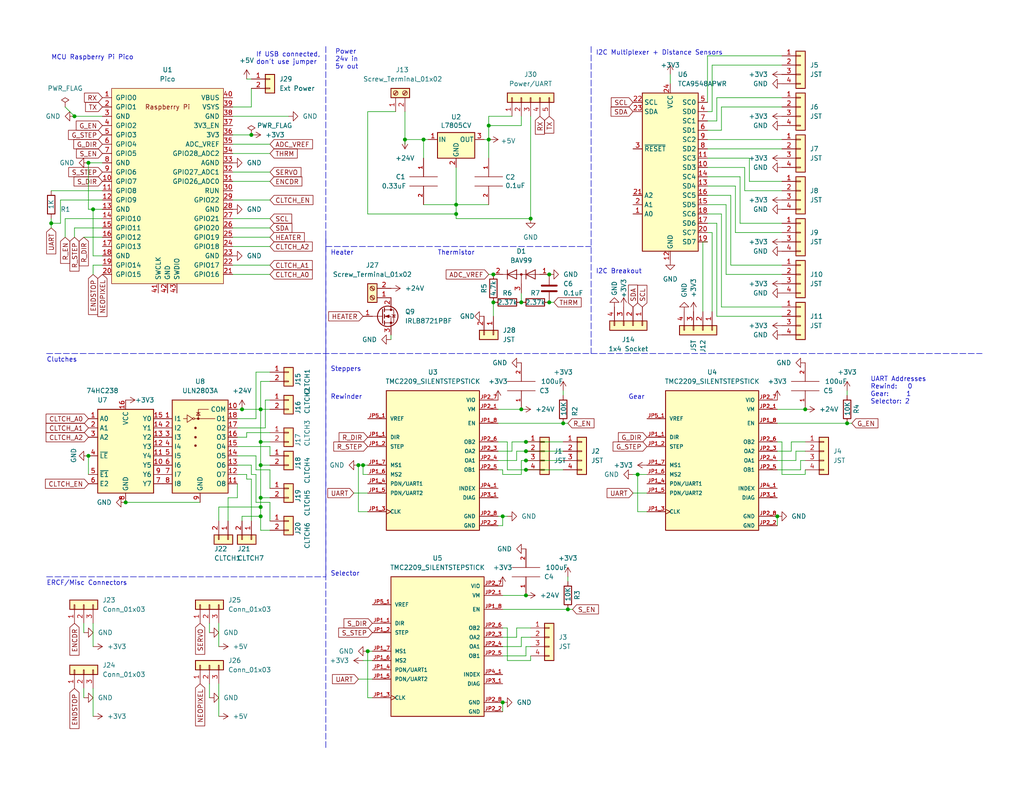
<source format=kicad_sch>
(kicad_sch (version 20211123) (generator eeschema)
  (paper "USLetter")
  (title_block (title "OwlBrd") (date "2022-08-16") (rev "1") (comment 1 "©2022 Alexander Nagelberg"))
  (junction (at 137.16 140.97))
  (junction (at 71.12 135.89))
  (junction (at 124.46 58.42))
  (junction (at 34.29 137.16))
  (junction (at 97.79 127))
  (junction (at 143.51 125.73))
  (junction (at 68.58 36.83))
  (junction (at 71.12 120.65))
  (junction (at 66.04 111.76))
  (junction (at 142.24 82.55))
  (junction (at 231.14 115.57))
  (junction (at 71.12 138.43))
  (junction (at 133.35 34.29))
  (junction (at 143.51 128.27))
  (junction (at 219.71 111.76))
  (junction (at 71.12 140.97))
  (junction (at 124.46 55.88))
  (junction (at 115.57 38.1))
  (junction (at 110.49 38.1))
  (junction (at 24.13 124.46))
  (junction (at 143.51 120.65))
  (junction (at 153.67 115.57))
  (junction (at 99.06 127))
  (junction (at 100.33 177.8))
  (junction (at 149.86 82.55))
  (junction (at 24.13 44.45))
  (junction (at 143.51 123.19))
  (junction (at 134.62 82.55))
  (junction (at 143.51 162.56))
  (junction (at 133.35 38.1))
  (junction (at 154.94 166.37))
  (junction (at 134.62 74.93))
  (junction (at 144.78 59.69))
  (junction (at 13.97 60.96))
  (junction (at 149.86 74.93))
  (junction (at 20.32 31.75))
  (junction (at 212.09 140.97))
  (junction (at 71.12 127))
  (junction (at 25.4 57.15))
  (junction (at 71.12 111.76))
  (junction (at 173.99 129.54))
  (junction (at 142.24 111.76))
  (junction (at 137.16 191.77))
  (wire (pts (xy 57.15 186.69) (xy 57.15 190.5)))
  (wire (pts (xy 22.86 170.18) (xy 22.86 172.72)))
  (wire (pts (xy 25.4 187.96) (xy 25.4 195.58)))
  (wire (pts (xy 27.94 54.61) (xy 16.51 54.61)))
  (wire (pts (xy 62.23 135.89) (xy 64.77 135.89)))
  (wire (pts (xy 212.09 140.97) (xy 212.09 143.51)))
  (wire (pts (xy 182.88 20.32) (xy 182.88 22.86)))
  (wire (pts (xy 68.58 24.13) (xy 68.58 29.21)))
  (wire (pts (xy 213.36 86.36) (xy 195.58 86.36)))
  (wire (pts (xy 140.97 125.73) (xy 140.97 123.19)))
  (wire (pts (xy 151.13 82.55) (xy 149.86 82.55)))
  (wire (pts (xy 201.93 60.96) (xy 201.93 48.26)))
  (wire (pts (xy 201.93 48.26) (xy 193.04 48.26)))
  (wire (pts (xy 124.46 58.42) (xy 124.46 59.69)))
  (wire (pts (xy 144.78 171.45) (xy 140.97 171.45)))
  (wire (pts (xy 153.67 106.68) (xy 153.67 107.95)))
  (wire (pts (xy 215.9 120.65) (xy 215.9 123.19)))
  (wire (pts (xy 71.12 138.43) (xy 71.12 135.89)))
  (wire (pts (xy 133.35 74.93) (xy 134.62 74.93)))
  (wire (pts (xy 20.32 64.77) (xy 20.32 62.23)))
  (wire (pts (xy 143.51 123.19) (xy 153.67 123.19)))
  (wire (pts (xy 194.31 85.09) (xy 194.31 63.5)))
  (wire (pts (xy 213.36 129.54) (xy 213.36 120.65)))
  (wire (pts (xy 143.51 179.07) (xy 137.16 179.07)))
  (wire (pts (xy 73.66 144.78) (xy 71.12 144.78)))
  (wire (pts (xy 142.24 173.99) (xy 142.24 176.53)))
  (wire (pts (xy 144.78 31.75) (xy 144.78 59.69)))
  (wire (pts (xy 195.58 60.96) (xy 193.04 60.96)))
  (wire (pts (xy 200.66 63.5) (xy 200.66 50.8)))
  (wire (pts (xy 71.12 140.97) (xy 71.12 138.43)))
  (wire (pts (xy 71.12 104.14) (xy 73.66 104.14)))
  (wire (pts (xy 204.47 43.18) (xy 193.04 43.18)))
  (wire (pts (xy 73.66 135.89) (xy 71.12 135.89)))
  (wire (pts (xy 24.13 129.54) (xy 24.13 124.46)))
  (polyline (pts (xy 88.9 67.31) (xy 161.29 67.31)))
  (wire (pts (xy 219.71 111.76) (xy 212.09 111.76)))
  (wire (pts (xy 156.21 166.37) (xy 154.94 166.37)))
  (polyline (pts (xy 161.29 12.7) (xy 161.29 96.52)))
  (wire (pts (xy 59.69 170.18) (xy 59.69 176.53)))
  (wire (pts (xy 203.2 45.72) (xy 193.04 45.72)))
  (wire (pts (xy 72.39 109.22) (xy 72.39 116.84)))
  (wire (pts (xy 198.12 74.93) (xy 198.12 55.88)))
  (wire (pts (xy 100.33 177.8) (xy 101.6 177.8)))
  (wire (pts (xy 195.58 26.67) (xy 195.58 33.02)))
  (wire (pts (xy 137.16 129.54) (xy 142.24 129.54)))
  (wire (pts (xy 63.5 49.53) (xy 73.66 49.53)))
  (wire (pts (xy 144.78 179.07) (xy 144.78 180.34)))
  (wire (pts (xy 196.85 58.42) (xy 193.04 58.42)))
  (wire (pts (xy 218.44 125.73) (xy 218.44 128.27)))
  (wire (pts (xy 73.66 127) (xy 71.12 127)))
  (wire (pts (xy 100.33 30.48) (xy 100.33 58.42)))
  (wire (pts (xy 99.06 180.34) (xy 101.6 180.34)))
  (wire (pts (xy 213.36 74.93) (xy 198.12 74.93)))
  (wire (pts (xy 22.86 64.77) (xy 27.94 64.77)))
  (wire (pts (xy 139.7 31.75) (xy 133.35 31.75)))
  (wire (pts (xy 213.36 26.67) (xy 195.58 26.67)))
  (wire (pts (xy 213.36 72.39) (xy 199.39 72.39)))
  (wire (pts (xy 99.06 127) (xy 100.33 127)))
  (wire (pts (xy 63.5 64.77) (xy 73.66 64.77)))
  (wire (pts (xy 133.35 31.75) (xy 133.35 34.29)))
  (wire (pts (xy 154.94 115.57) (xy 153.67 115.57)))
  (wire (pts (xy 219.71 128.27) (xy 219.71 129.54)))
  (wire (pts (xy 217.17 123.19) (xy 217.17 125.73)))
  (wire (pts (xy 204.47 49.53) (xy 204.47 43.18)))
  (wire (pts (xy 139.7 123.19) (xy 139.7 120.65)))
  (wire (pts (xy 68.58 129.54) (xy 68.58 127)))
  (wire (pts (xy 137.16 191.77) (xy 137.16 194.31)))
  (wire (pts (xy 100.33 190.5) (xy 100.33 177.8)))
  (wire (pts (xy 66.04 142.24) (xy 66.04 140.97)))
  (wire (pts (xy 63.5 62.23) (xy 73.66 62.23)))
  (wire (pts (xy 62.23 135.89) (xy 62.23 142.24)))
  (wire (pts (xy 59.69 138.43) (xy 71.12 138.43)))
  (wire (pts (xy 200.66 50.8) (xy 193.04 50.8)))
  (wire (pts (xy 71.12 127) (xy 71.12 120.65)))
  (wire (pts (xy 63.5 39.37) (xy 73.66 39.37)))
  (wire (pts (xy 173.99 139.7) (xy 173.99 129.54)))
  (wire (pts (xy 59.69 138.43) (xy 59.69 142.24)))
  (wire (pts (xy 143.51 128.27) (xy 138.43 128.27)))
  (wire (pts (xy 63.5 74.93) (xy 73.66 74.93)))
  (wire (pts (xy 142.24 129.54) (xy 142.24 125.73)))
  (wire (pts (xy 73.66 118.11) (xy 67.31 118.11)))
  (wire (pts (xy 25.4 170.18) (xy 25.4 176.53)))
  (wire (pts (xy 213.36 52.07) (xy 203.2 52.07)))
  (wire (pts (xy 73.66 137.16) (xy 69.85 137.16)))
  (wire (pts (xy 97.79 139.7) (xy 97.79 127)))
  (wire (pts (xy 59.69 186.69) (xy 59.69 195.58)))
  (wire (pts (xy 16.51 60.96) (xy 13.97 60.96)))
  (wire (pts (xy 73.66 109.22) (xy 72.39 109.22)))
  (wire (pts (xy 137.16 162.56) (xy 143.51 162.56)))
  (wire (pts (xy 63.5 59.69) (xy 73.66 59.69)))
  (wire (pts (xy 71.12 135.89) (xy 71.12 127)))
  (wire (pts (xy 133.35 34.29) (xy 142.24 34.29)))
  (wire (pts (xy 213.36 63.5) (xy 200.66 63.5)))
  (wire (pts (xy 100.33 129.54) (xy 99.06 129.54)))
  (wire (pts (xy 67.31 130.81) (xy 67.31 129.54)))
  (wire (pts (xy 124.46 45.72) (xy 124.46 55.88)))
  (wire (pts (xy 100.33 58.42) (xy 124.46 58.42)))
  (wire (pts (xy 137.16 140.97) (xy 138.43 140.97)))
  (wire (pts (xy 63.5 31.75) (xy 78.74 31.75)))
  (wire (pts (xy 140.97 171.45) (xy 140.97 173.99)))
  (wire (pts (xy 219.71 123.19) (xy 217.17 123.19)))
  (wire (pts (xy 73.66 142.24) (xy 73.66 137.16)))
  (wire (pts (xy 64.77 119.38) (xy 67.31 119.38)))
  (wire (pts (xy 17.78 64.77) (xy 17.78 59.69)))
  (wire (pts (xy 124.46 55.88) (xy 124.46 58.42)))
  (wire (pts (xy 219.71 120.65) (xy 215.9 120.65)))
  (wire (pts (xy 194.31 30.48) (xy 193.04 30.48)))
  (wire (pts (xy 198.12 55.88) (xy 193.04 55.88)))
  (wire (pts (xy 218.44 128.27) (xy 212.09 128.27)))
  (wire (pts (xy 191.77 66.04) (xy 193.04 66.04)))
  (wire (pts (xy 213.36 15.24) (xy 193.04 15.24)))
  (wire (pts (xy 16.51 54.61) (xy 16.51 60.96)))
  (wire (pts (xy 68.58 127) (xy 64.77 127)))
  (wire (pts (xy 137.16 128.27) (xy 137.16 129.54)))
  (wire (pts (xy 194.31 63.5) (xy 193.04 63.5)))
  (wire (pts (xy 135.89 115.57) (xy 153.67 115.57)))
  (wire (pts (xy 195.58 33.02) (xy 193.04 33.02)))
  (wire (pts (xy 138.43 128.27) (xy 138.43 120.65)))
  (wire (pts (xy 138.43 180.34) (xy 138.43 171.45)))
  (wire (pts (xy 194.31 17.78) (xy 194.31 30.48)))
  (wire (pts (xy 135.89 120.65) (xy 138.43 120.65)))
  (wire (pts (xy 213.36 120.65) (xy 212.09 120.65)))
  (wire (pts (xy 143.51 125.73) (xy 153.67 125.73)))
  (wire (pts (xy 106.68 92.71) (xy 106.68 91.44)))
  (wire (pts (xy 138.43 171.45) (xy 137.16 171.45)))
  (wire (pts (xy 68.58 142.24) (xy 68.58 130.81)))
  (wire (pts (xy 140.97 173.99) (xy 137.16 173.99)))
  (wire (pts (xy 73.66 121.92) (xy 64.77 121.92)))
  (wire (pts (xy 69.85 124.46) (xy 64.77 124.46)))
  (wire (pts (xy 110.49 38.1) (xy 110.49 39.37)))
  (wire (pts (xy 219.71 125.73) (xy 218.44 125.73)))
  (wire (pts (xy 144.78 180.34) (xy 138.43 180.34)))
  (wire (pts (xy 63.5 41.91) (xy 73.66 41.91)))
  (wire (pts (xy 213.36 29.21) (xy 196.85 29.21)))
  (polyline (pts (xy 12.7 96.52) (xy 267.97 96.52)))
  (wire (pts (xy 215.9 123.19) (xy 212.09 123.19)))
  (wire (pts (xy 73.66 120.65) (xy 71.12 120.65)))
  (wire (pts (xy 217.17 125.73) (xy 212.09 125.73)))
  (wire (pts (xy 199.39 53.34) (xy 193.04 53.34)))
  (wire (pts (xy 20.32 62.23) (xy 27.94 62.23)))
  (wire (pts (xy 100.33 139.7) (xy 97.79 139.7)))
  (wire (pts (xy 64.77 135.89) (xy 64.77 132.08)))
  (wire (pts (xy 22.86 187.96) (xy 22.86 190.5)))
  (wire (pts (xy 25.4 57.15) (xy 24.13 57.15)))
  (wire (pts (xy 124.46 55.88) (xy 133.35 55.88)))
  (wire (pts (xy 17.78 29.21) (xy 20.32 31.75)))
  (wire (pts (xy 135.89 143.51) (xy 137.16 143.51)))
  (wire (pts (xy 142.24 176.53) (xy 137.16 176.53)))
  (wire (pts (xy 71.12 104.14) (xy 71.12 111.76)))
  (wire (pts (xy 73.66 133.35) (xy 73.66 128.27)))
  (wire (pts (xy 107.95 30.48) (xy 100.33 30.48)))
  (wire (pts (xy 196.85 35.56) (xy 193.04 35.56)))
  (wire (pts (xy 69.85 114.3) (xy 64.77 114.3)))
  (wire (pts (xy 27.94 57.15) (xy 25.4 57.15)))
  (wire (pts (xy 231.14 106.68) (xy 231.14 107.95)))
  (wire (pts (xy 142.24 125.73) (xy 143.51 125.73)))
  (wire (pts (xy 25.4 69.85) (xy 25.4 57.15)))
  (wire (pts (xy 67.31 118.11) (xy 67.31 119.38)))
  (wire (pts (xy 193.04 40.64) (xy 213.36 40.64)))
  (wire (pts (xy 67.31 21.59) (xy 68.58 21.59)))
  (wire (pts (xy 115.57 38.1) (xy 110.49 38.1)))
  (wire (pts (xy 27.94 72.39) (xy 25.4 72.39)))
  (wire (pts (xy 199.39 72.39) (xy 199.39 53.34)))
  (wire (pts (xy 124.46 59.69) (xy 144.78 59.69)))
  (wire (pts (xy 69.85 137.16) (xy 69.85 129.54)))
  (wire (pts (xy 63.5 72.39) (xy 73.66 72.39)))
  (wire (pts (xy 20.32 31.75) (xy 27.94 31.75)))
  (polyline (pts (xy 88.9 64.77) (xy 88.9 157.48)))
  (wire (pts (xy 143.51 120.65) (xy 153.67 120.65)))
  (wire (pts (xy 68.58 130.81) (xy 67.31 130.81)))
  (wire (pts (xy 13.97 52.07) (xy 27.94 52.07)))
  (wire (pts (xy 73.66 128.27) (xy 69.85 128.27)))
  (wire (pts (xy 13.97 60.96) (xy 13.97 62.23)))
  (wire (pts (xy 172.72 134.62) (xy 176.53 134.62)))
  (wire (pts (xy 213.36 83.82) (xy 196.85 83.82)))
  (wire (pts (xy 196.85 83.82) (xy 196.85 58.42)))
  (wire (pts (xy 27.94 69.85) (xy 25.4 69.85)))
  (wire (pts (xy 64.77 111.76) (xy 66.04 111.76)))
  (wire (pts (xy 213.36 17.78) (xy 194.31 17.78)))
  (wire (pts (xy 116.84 38.1) (xy 115.57 38.1)))
  (wire (pts (xy 96.52 134.62) (xy 100.33 134.62)))
  (wire (pts (xy 137.16 143.51) (xy 137.16 140.97)))
  (wire (pts (xy 69.85 101.6) (xy 73.66 101.6)))
  (wire (pts (xy 133.35 34.29) (xy 133.35 38.1)))
  (wire (pts (xy 176.53 139.7) (xy 173.99 139.7)))
  (wire (pts (xy 135.89 125.73) (xy 140.97 125.73)))
  (wire (pts (xy 135.89 128.27) (xy 137.16 128.27)))
  (wire (pts (xy 67.31 129.54) (xy 64.77 129.54)))
  (wire (pts (xy 203.2 52.07) (xy 203.2 45.72)))
  (wire (pts (xy 193.04 38.1) (xy 213.36 38.1)))
  (wire (pts (xy 63.5 29.21) (xy 68.58 29.21)))
  (wire (pts (xy 142.24 31.75) (xy 142.24 34.29)))
  (wire (pts (xy 144.78 173.99) (xy 142.24 173.99)))
  (wire (pts (xy 72.39 116.84) (xy 64.77 116.84)))
  (wire (pts (xy 63.5 54.61) (xy 73.66 54.61)))
  (wire (pts (xy 71.12 111.76) (xy 66.04 111.76)))
  (wire (pts (xy 191.77 85.09) (xy 191.77 66.04)))
  (wire (pts (xy 144.78 176.53) (xy 143.51 176.53)))
  (wire (pts (xy 69.85 128.27) (xy 69.85 124.46)))
  (wire (pts (xy 154.94 157.48) (xy 154.94 158.75)))
  (wire (pts (xy 66.04 140.97) (xy 71.12 140.97)))
  (wire (pts (xy 196.85 29.21) (xy 196.85 35.56)))
  (polyline (pts (xy 88.9 12.7) (xy 88.9 204.47)))
  (wire (pts (xy 69.85 101.6) (xy 69.85 114.3)))
  (wire (pts (xy 212.09 115.57) (xy 231.14 115.57)))
  (wire (pts (xy 69.85 129.54) (xy 68.58 129.54)))
  (wire (pts (xy 139.7 120.65) (xy 143.51 120.65)))
  (wire (pts (xy 63.5 46.99) (xy 73.66 46.99)))
  (wire (pts (xy 24.13 44.45) (xy 27.94 44.45)))
  (wire (pts (xy 17.78 59.69) (xy 27.94 59.69)))
  (wire (pts (xy 71.12 111.76) (xy 73.66 111.76)))
  (wire (pts (xy 132.08 38.1) (xy 133.35 38.1)))
  (wire (pts (xy 13.97 59.69) (xy 13.97 60.96)))
  (wire (pts (xy 34.29 137.16) (xy 54.61 137.16)))
  (wire (pts (xy 137.16 166.37) (xy 154.94 166.37)))
  (wire (pts (xy 142.24 111.76) (xy 135.89 111.76)))
  (wire (pts (xy 142.24 80.01) (xy 142.24 82.55)))
  (wire (pts (xy 133.35 38.1) (xy 133.35 43.18)))
  (wire (pts (xy 97.79 127) (xy 99.06 127)))
  (wire (pts (xy 213.36 60.96) (xy 201.93 60.96)))
  (wire (pts (xy 63.5 67.31) (xy 73.66 67.31)))
  (wire (pts (xy 115.57 38.1) (xy 115.57 43.18)))
  (wire (pts (xy 135.89 123.19) (xy 139.7 123.19)))
  (wire (pts (xy 173.99 129.54) (xy 176.53 129.54)))
  (wire (pts (xy 195.58 86.36) (xy 195.58 60.96)))
  (wire (pts (xy 24.13 57.15) (xy 24.13 44.45)))
  (wire (pts (xy 25.4 72.39) (xy 25.4 74.93)))
  (wire (pts (xy 140.97 123.19) (xy 143.51 123.19)))
  (wire (pts (xy 143.51 128.27) (xy 153.67 128.27)))
  (wire (pts (xy 99.06 129.54) (xy 99.06 127)))
  (polyline (pts (xy 12.7 157.48) (xy 88.9 157.48)))
  (wire (pts (xy 193.04 15.24) (xy 193.04 27.94)))
  (wire (pts (xy 232.41 115.57) (xy 231.14 115.57)))
  (wire (pts (xy 143.51 176.53) (xy 143.51 179.07)))
  (wire (pts (xy 135.89 140.97) (xy 137.16 140.97)))
  (wire (pts (xy 213.36 49.53) (xy 204.47 49.53)))
  (wire (pts (xy 110.49 38.1) (xy 110.49 30.48)))
  (wire (pts (xy 97.79 185.42) (xy 101.6 185.42)))
  (wire (pts (xy 57.15 170.18) (xy 57.15 172.72)))
  (wire (pts (xy 124.46 55.88) (xy 115.57 55.88)))
  (wire (pts (xy 71.12 144.78) (xy 71.12 140.97)))
  (wire (pts (xy 68.58 36.83) (xy 63.5 36.83)))
  (wire (pts (xy 71.12 120.65) (xy 71.12 111.76)))
  (wire (pts (xy 101.6 190.5) (xy 100.33 190.5)))
  (wire (pts (xy 73.66 124.46) (xy 73.66 121.92)))
  (wire (pts (xy 134.62 82.55) (xy 134.62 86.36)))
  (wire (pts (xy 219.71 129.54) (xy 213.36 129.54)))
  (wire (pts (xy 172.72 129.54) (xy 173.99 129.54)))
  (text "Rewinder" (at 90.17 109.22 0) (effects (font (size 1.27 1.27)) (justify left bottom)))
  (text "Thermistor" (at 119.38 69.85 0) (effects (font (size 1.27 1.27)) (justify left bottom)))
  (text "Selector" (at 90.17 157.48 0) (effects (font (size 1.27 1.27)) (justify left bottom)))
  (text "Power\n24v in\n5v out" (at 91.44 19.05 0) (effects (font (size 1.27 1.27)) (justify left bottom)))
  (text "I2C Breakout" (at 162.56 74.93 0) (effects (font (size 1.27 1.27)) (justify left bottom)))
  (text "Gear" (at 171.45 109.22 0) (effects (font (size 1.27 1.27)) (justify left bottom)))
  (text "UART Addresses\nRewind:   0\nGear:     1\nSelector: 2\n" (at 237.49 110.49 0) (effects (font (size 1.27 1.27)) (justify left bottom)))
  (text "Clutches" (at 12.7 99.06 0) (effects (font (size 1.27 1.27)) (justify left bottom)))
  (text "MCU Raspberry Pi Pico" (at 13.97 16.51 0) (effects (font (size 1.27 1.27)) (justify left bottom)))
  (text "ERCF/Misc Connectors" (at 12.7 160.02 0) (effects (font (size 1.27 1.27)) (justify left bottom)))
  (text "If USB connected,\ndon't use jumper" (at 69.85 17.78 0) (effects (font (size 1.27 1.27)) (justify left bottom)))
  (text "I2C Multiplexer + Distance Sensors" (at 162.56 15.24 0) (effects (font (size 1.27 1.27)) (justify left bottom)))
  (text "Heater" (at 90.17 69.85 0) (effects (font (size 1.27 1.27)) (justify left bottom)))
  (text "Steppers" (at 90.17 101.6 0) (effects (font (size 1.27 1.27)) (justify left bottom)))
  (global_label "SERVO" (shape input) (at 54.61 170.18 270) (property "Intersheet References" "${INTERSHEET_REFS}" (effects hide)))
  (global_label "CLTCH_A0" (shape input) (at 24.13 114.3 180) (property "Intersheet References" "${INTERSHEET_REFS}" (effects hide)))
  (global_label "CLTCH_EN" (shape input) (at 24.13 132.08 180) (property "Intersheet References" "${INTERSHEET_REFS}" (effects hide)))
  (global_label "UART" (shape input) (at 97.79 185.42 180) (property "Intersheet References" "${INTERSHEET_REFS}" (effects hide)))
  (global_label "CLTCH_A2" (shape input) (at 24.13 119.38 180) (property "Intersheet References" "${INTERSHEET_REFS}" (effects hide)))
  (global_label "R_STEP" (shape input) (at 100.33 121.92 180) (property "Intersheet References" "${INTERSHEET_REFS}" (effects hide)))
  (global_label "CLTCH_A2" (shape input) (at 73.66 67.31 0) (property "Intersheet References" "${INTERSHEET_REFS}" (effects hide)))
  (global_label "G_EN" (shape input) (at 27.94 34.29 180) (property "Intersheet References" "${INTERSHEET_REFS}" (effects hide)))
  (global_label "R_EN" (shape input) (at 17.78 64.77 270) (property "Intersheet References" "${INTERSHEET_REFS}" (effects hide)))
  (global_label "ENCDR" (shape input) (at 20.32 170.18 270) (property "Intersheet References" "${INTERSHEET_REFS}" (effects hide)))
  (global_label "HEATER" (shape input) (at 73.66 64.77 0) (property "Intersheet References" "${INTERSHEET_REFS}" (effects hide)))
  (global_label "SCL" (shape input) (at 73.66 59.69 0) (property "Intersheet References" "${INTERSHEET_REFS}" (effects hide)))
  (global_label "ENDSTOP" (shape input) (at 20.32 187.96 270) (property "Intersheet References" "${INTERSHEET_REFS}" (effects hide)))
  (global_label "R_STEP" (shape input) (at 20.32 64.77 270) (property "Intersheet References" "${INTERSHEET_REFS}" (effects hide)))
  (global_label "UART" (shape input) (at 96.52 134.62 180) (property "Intersheet References" "${INTERSHEET_REFS}" (effects hide)))
  (global_label "CLTCH_A0" (shape input) (at 73.66 74.93 0) (property "Intersheet References" "${INTERSHEET_REFS}" (effects hide)))
  (global_label "R_EN" (shape input) (at 154.94 115.57 0) (property "Intersheet References" "${INTERSHEET_REFS}" (effects hide)))
  (global_label "S_STEP" (shape input) (at 101.6 172.72 180) (property "Intersheet References" "${INTERSHEET_REFS}" (effects hide)))
  (global_label "THRM" (shape input) (at 73.66 41.91 0) (property "Intersheet References" "${INTERSHEET_REFS}" (effects hide)))
  (global_label "S_STEP" (shape input) (at 27.94 46.99 180) (property "Intersheet References" "${INTERSHEET_REFS}" (effects hide)))
  (global_label "RX" (shape input) (at 27.94 26.67 180) (property "Intersheet References" "${INTERSHEET_REFS}" (effects hide)))
  (global_label "S_EN" (shape input) (at 156.21 166.37 0) (property "Intersheet References" "${INTERSHEET_REFS}" (effects hide)))
  (global_label "THRM" (shape input) (at 151.13 82.55 0) (property "Intersheet References" "${INTERSHEET_REFS}" (effects hide)))
  (global_label "G_DIR" (shape input) (at 176.53 119.38 180) (property "Intersheet References" "${INTERSHEET_REFS}" (effects hide)))
  (global_label "ENCDR" (shape input) (at 73.66 49.53 0) (property "Intersheet References" "${INTERSHEET_REFS}" (effects hide)))
  (global_label "UART" (shape input) (at 13.97 62.23 270) (property "Intersheet References" "${INTERSHEET_REFS}" (effects hide)))
  (global_label "G_DIR" (shape input) (at 27.94 39.37 180) (property "Intersheet References" "${INTERSHEET_REFS}" (effects hide)))
  (global_label "UART" (shape input) (at 172.72 134.62 180) (property "Intersheet References" "${INTERSHEET_REFS}" (effects hide)))
  (global_label "S_EN" (shape input) (at 27.94 41.91 180) (property "Intersheet References" "${INTERSHEET_REFS}" (effects hide)))
  (global_label "NEOPIXEL" (shape input) (at 27.94 74.93 270) (property "Intersheet References" "${INTERSHEET_REFS}" (effects hide)))
  (global_label "R_DIR" (shape input) (at 22.86 64.77 270) (property "Intersheet References" "${INTERSHEET_REFS}" (effects hide)))
  (global_label "G_EN" (shape input) (at 232.41 115.57 0) (property "Intersheet References" "${INTERSHEET_REFS}" (effects hide)))
  (global_label "SCL" (shape input) (at 175.26 83.82 90) (property "Intersheet References" "${INTERSHEET_REFS}" (effects hide)))
  (global_label "SDA" (shape input) (at 172.72 30.48 180) (property "Intersheet References" "${INTERSHEET_REFS}" (effects hide)))
  (global_label "SERVO" (shape input) (at 73.66 46.99 0) (property "Intersheet References" "${INTERSHEET_REFS}" (effects hide)))
  (global_label "G_STEP" (shape input) (at 27.94 36.83 180) (property "Intersheet References" "${INTERSHEET_REFS}" (effects hide)))
  (global_label "ENDSTOP" (shape input) (at 25.4 74.93 270) (property "Intersheet References" "${INTERSHEET_REFS}" (effects hide)))
  (global_label "SDA" (shape input) (at 172.72 83.82 90) (property "Intersheet References" "${INTERSHEET_REFS}" (effects hide)))
  (global_label "R_DIR" (shape input) (at 100.33 119.38 180) (property "Intersheet References" "${INTERSHEET_REFS}" (effects hide)))
  (global_label "S_DIR" (shape input) (at 101.6 170.18 180) (property "Intersheet References" "${INTERSHEET_REFS}" (effects hide)))
  (global_label "CLTCH_EN" (shape input) (at 73.66 54.61 0) (property "Intersheet References" "${INTERSHEET_REFS}" (effects hide)))
  (global_label "TX" (shape input) (at 149.86 31.75 270) (property "Intersheet References" "${INTERSHEET_REFS}" (effects hide)))
  (global_label "S_DIR" (shape input) (at 27.94 49.53 180) (property "Intersheet References" "${INTERSHEET_REFS}" (effects hide)))
  (global_label "SCL" (shape input) (at 172.72 27.94 180) (property "Intersheet References" "${INTERSHEET_REFS}" (effects hide)))
  (global_label "CLTCH_A1" (shape input) (at 24.13 116.84 180) (property "Intersheet References" "${INTERSHEET_REFS}" (effects hide)))
  (global_label "SDA" (shape input) (at 73.66 62.23 0) (property "Intersheet References" "${INTERSHEET_REFS}" (effects hide)))
  (global_label "ADC_VREF" (shape input) (at 133.35 74.93 180) (property "Intersheet References" "${INTERSHEET_REFS}" (effects hide)))
  (global_label "NEOPIXEL" (shape input) (at 54.61 186.69 270) (property "Intersheet References" "${INTERSHEET_REFS}" (effects hide)))
  (global_label "G_STEP" (shape input) (at 176.53 121.92 180) (property "Intersheet References" "${INTERSHEET_REFS}" (effects hide)))
  (global_label "ADC_VREF" (shape input) (at 73.66 39.37 0) (property "Intersheet References" "${INTERSHEET_REFS}" (effects hide)))
  (global_label "HEATER" (shape input) (at 99.06 86.36 180) (property "Intersheet References" "${INTERSHEET_REFS}" (effects hide)))
  (global_label "TX" (shape input) (at 27.94 29.21 180) (property "Intersheet References" "${INTERSHEET_REFS}" (effects hide)))
  (global_label "CLTCH_A1" (shape input) (at 73.66 72.39 0) (property "Intersheet References" "${INTERSHEET_REFS}" (effects hide)))
  (global_label "RX" (shape input) (at 147.32 31.75 270) (property "Intersheet References" "${INTERSHEET_REFS}" (effects hide)))
  (symbol (lib_id "power:GND") (at 182.88 71.12 0) (unit 1)
    (property "Reference" "#PWR0126" (effects hide))
    (property "Value" "GND" (at 182.88 76.2 0))
  )
  (symbol (lib_id "Connector_Generic:Conn_01x04") (at 218.44 17.78 0) (unit 1)
    (property "Reference" "J5" (at 220.98 17.7799 0) (effects (justify left)))
    (property "Value" "JST" (at 220.98 20.3199 0) (effects (justify left)))
    (property "Footprint" "Connector_JST:JST_XH_B4B-XH-A_1x04_P2.50mm_Vertical" (effects hide))
  )
  (symbol (lib_id "power:+3V3") (at 154.94 157.48 0) (unit 1)
    (property "Reference" "#PWR0146" (effects hide))
    (property "Value" "+3V3" (at 154.94 152.4 0))
  )
  (symbol (lib_id "Connector_Generic:Conn_01x03") (at 22.86 165.1 90) (unit 1)
    (property "Reference" "J23" (at 27.94 163.8299 90) (effects (justify right)))
    (property "Value" "Conn_01x03" (at 27.94 166.3699 90) (effects (justify right)))
    (property "Footprint" "Connector_JST:JST_XH_B3B-XH-A_1x03_P2.50mm_Vertical" (effects hide))
  )
  (symbol (lib_id "power:+3V3") (at 212.09 109.22 0) (unit 1)
    (property "Reference" "#PWR0144" (effects hide))
    (property "Value" "+3V3" (at 212.09 104.14 0))
  )
  (symbol (lib_id "power:PWR_FLAG") (at 68.58 36.83 0) (unit 1)
    (property "Reference" "#FLG0103" (effects hide))
    (property "Value" "PWR_FLAG" (at 74.93 34.29 0))
  )
  (symbol (lib_id "power:+24V") (at 143.51 162.56 270) (unit 1)
    (property "Reference" "#PWR0139" (effects hide))
    (property "Value" "+24V" (at 147.32 162.5599 90) (effects (justify left)))
  )
  (symbol (lib_id "power:+24V") (at 106.68 78.74 270) (unit 1)
    (property "Reference" "#PWR0160" (effects hide))
    (property "Value" "+24V" (at 110.49 78.7399 90) (effects (justify left)))
  )
  (symbol (lib_id "Connector_Generic:Conn_01x04") (at 218.44 86.36 0) (unit 1)
    (property "Reference" "J11" (at 220.98 86.3599 0) (effects (justify left)))
    (property "Value" "JST" (at 220.98 88.8999 0) (effects (justify left)))
    (property "Footprint" "Connector_JST:JST_XH_B4B-XH-A_1x04_P2.50mm_Vertical" (effects hide))
  )
  (symbol (lib_id "Connector_Generic:Conn_01x04") (at 218.44 63.5 0) (unit 1)
    (property "Reference" "J9" (at 220.98 63.4999 0) (effects (justify left)))
    (property "Value" "JST" (at 220.98 66.0399 0) (effects (justify left)))
    (property "Footprint" "Connector_JST:JST_XH_B4B-XH-A_1x04_P2.50mm_Vertical" (effects hide))
  )
  (symbol (lib_id "Connector_Generic:Conn_01x04") (at 149.86 173.99 0) (unit 1)
    (property "Reference" "J3" (at 152.4 173.9899 0) (effects (justify left)))
    (property "Value" "JST" (at 152.4 176.5299 0) (effects (justify left)))
    (property "Footprint" "Connector_JST:JST_XH_B4B-XH-A_1x04_P2.50mm_Vertical" (effects hide))
  )
  (symbol (lib_id "tmc2209_silentstepstick:TMC2209_SILENTSTEPSTICK") (at 194.31 124.46 0) (unit 1)
    (property "Reference" "U4" (at 194.31 101.6 0))
    (property "Value" "TMC2209_SILENTSTEPSTICK" (at 194.31 104.14 0))
    (property "Footprint" "owl-brd:MODULE_TMC2209_SILENTSTEPSTICK" (effects hide))
    (property "PARTREV" "v11" (effects hide))
    (property "MANUFACTURER" "Trinamic" (effects hide))
    (property "MAXIMUM_PACKAGE_HEIGHT" "N/A" (effects hide))
    (property "STANDARD" "Manufacturer Recommendations" (effects hide))
  )
  (symbol (lib_id "power:GND") (at 20.32 31.75 270) (unit 1)
    (property "Reference" "#PWR0113" (effects hide))
    (property "Value" "GND" (at 16.51 31.7499 90) (effects (justify right)))
  )
  (symbol (lib_id "Device:C") (at 149.86 78.74 0) (unit 1)
    (property "Reference" "C6" (at 153.67 77.4699 0) (effects (justify left)))
    (property "Value" "0.1uF" (at 153.67 80.0099 0) (effects (justify left)))
    (property "Footprint" "Capacitor_THT:C_Disc_D3.0mm_W1.6mm_P2.50mm" (effects hide))
  )
  (symbol (lib_id "power:+5V") (at 59.69 195.58 270) (unit 1)
    (property "Reference" "#PWR0155" (effects hide))
    (property "Value" "+5V" (at 63.5 195.5799 90) (effects (justify left)))
  )
  (symbol (lib_id "power:+3V3") (at 213.36 66.04 90) (unit 1)
    (property "Reference" "#PWR0123" (effects hide))
    (property "Value" "+3V3" (at 209.55 66.0399 90) (effects (justify left)))
  )
  (symbol (lib_id "power:GND") (at 213.36 68.58 270) (unit 1)
    (property "Reference" "#PWR0122" (effects hide))
    (property "Value" "GND" (at 209.55 68.5799 90) (effects (justify right)))
  )
  (symbol (lib_id "power:+3V3") (at 231.14 106.68 0) (unit 1)
    (property "Reference" "#PWR0147" (effects hide))
    (property "Value" "+3V3" (at 231.14 101.6 0))
  )
  (symbol (lib_id "power:GND") (at 138.43 140.97 90) (unit 1)
    (property "Reference" "#PWR0108" (effects hide))
    (property "Value" "GND" (at 142.24 140.9699 90) (effects (justify right)))
  )
  (symbol (lib_id "pspice:C") (at 219.71 105.41 180) (unit 1)
    (property "Reference" "C5" (at 227.33 106.68 0) (effects (justify left)))
    (property "Value" "100uF" (at 231.14 104.14 0) (effects (justify left)))
    (property "Footprint" "Capacitor_THT:CP_Radial_D8.0mm_P3.50mm" (effects hide))
  )
  (symbol (lib_id "Connector_Generic:Conn_01x02") (at 78.74 142.24 0) (unit 1)
    (property "Reference" "J20" (at 81.28 146.05 90) (effects (justify left)))
    (property "Value" "CLTCH6" (at 83.82 149.86 90) (effects (justify left)))
    (property "Footprint" "Connector_JST:JST_XH_B2B-XH-A_1x02_P2.50mm_Vertical" (effects hide))
  )
  (symbol (lib_id "power:+3V3") (at 34.29 109.22 270) (unit 1)
    (property "Reference" "#PWR0176" (effects hide))
    (property "Value" "+3V3" (at 36.83 109.22 90) (effects (justify left)))
  )
  (symbol (lib_id "power:+3V3") (at 213.36 88.9 90) (unit 1)
    (property "Reference" "#PWR0117" (effects hide))
    (property "Value" "+3V3" (at 209.55 88.8999 90) (effects (justify left)))
  )
  (symbol (lib_id "power:+3V3") (at 137.16 160.02 0) (unit 1)
    (property "Reference" "#PWR0138" (effects hide))
    (property "Value" "+3V3" (at 137.16 154.94 0))
  )
  (symbol (lib_id "Connector_Generic:Conn_01x04") (at 218.44 74.93 0) (unit 1)
    (property "Reference" "J10" (at 220.98 74.9299 0) (effects (justify left)))
    (property "Value" "JST" (at 220.98 77.4699 0) (effects (justify left)))
    (property "Footprint" "Connector_JST:JST_XH_B4B-XH-A_1x04_P2.50mm_Vertical" (effects hide))
  )
  (symbol (lib_id "power:GND") (at 78.74 31.75 90) (unit 1)
    (property "Reference" "#PWR0104" (effects hide))
    (property "Value" "GND" (at 82.55 31.7499 90) (effects (justify right)))
  )
  (symbol (lib_id "power:+24V") (at 66.04 111.76 0) (unit 1)
    (property "Reference" "#PWR0106" (effects hide))
    (property "Value" "+24V" (at 66.04 106.68 0))
  )
  (symbol (lib_id "Connector_Generic:Conn_01x04") (at 158.75 123.19 0) (unit 1)
    (property "Reference" "J2" (at 161.29 123.1899 0) (effects (justify left)))
    (property "Value" "JST" (at 161.29 125.7299 0) (effects (justify left)))
    (property "Footprint" "Connector_JST:JST_XH_B4B-XH-A_1x04_P2.50mm_Vertical" (effects hide))
  )
  (symbol (lib_id "Connector_Generic:Conn_01x04") (at 224.79 123.19 0) (unit 1)
    (property "Reference" "J4" (at 227.33 123.1899 0) (effects (justify left)))
    (property "Value" "JST" (at 227.33 125.7299 0) (effects (justify left)))
    (property "Footprint" "Connector_JST:JST_XH_B4B-XH-A_1x04_P2.50mm_Vertical" (effects hide))
  )
  (symbol (lib_id "power:GND") (at 100.33 177.8 270) (unit 1)
    (property "Reference" "#PWR0135" (effects hide))
    (property "Value" "GND" (at 96.52 177.7999 90) (effects (justify right)))
  )
  (symbol (lib_id "power:GND") (at 172.72 129.54 270) (unit 1)
    (property "Reference" "#PWR0140" (effects hide))
    (property "Value" "GND" (at 168.91 129.5399 90) (effects (justify right)))
  )
  (symbol (lib_id "Device:R") (at 146.05 82.55 270) (unit 1)
    (property "Reference" "R7" (at 146.05 80.01 90))
    (property "Value" "2.37k" (at 146.05 82.55 90))
    (property "Footprint" "Resistor_THT:R_Axial_DIN0207_L6.3mm_D2.5mm_P7.62mm_Horizontal" (effects hide))
  )
  (symbol (lib_id "power:GND") (at 213.36 80.01 270) (unit 1)
    (property "Reference" "#PWR0103" (effects hide))
    (property "Value" "GND" (at 209.55 80.0099 90) (effects (justify right)))
  )
  (symbol (lib_id "power:+3V3") (at 213.36 54.61 90) (unit 1)
    (property "Reference" "#PWR0120" (effects hide))
    (property "Value" "+3V3" (at 209.55 54.6099 90) (effects (justify left)))
  )
  (symbol (lib_id "Connector_Generic:Conn_01x04") (at 218.44 29.21 0) (unit 1)
    (property "Reference" "J6" (at 220.98 29.2099 0) (effects (justify left)))
    (property "Value" "JST" (at 220.98 31.7499 0) (effects (justify left)))
    (property "Footprint" "Connector_JST:JST_XH_B4B-XH-A_1x04_P2.50mm_Vertical" (effects hide))
  )
  (symbol (lib_id "Connector_Generic:Conn_01x03") (at 57.15 181.61 90) (unit 1)
    (property "Reference" "J26" (at 62.23 180.3399 90) (effects (justify right)))
    (property "Value" "Conn_01x03" (at 62.23 182.8799 90) (effects (justify right)))
    (property "Footprint" "Connector_JST:JST_XH_B3B-XH-A_1x03_P2.50mm_Vertical" (effects hide))
  )
  (symbol (lib_id "Connector_Generic:Conn_01x04") (at 191.77 90.17 270) (unit 1)
    (property "Reference" "J12" (at 191.7701 92.71 0) (effects (justify left)))
    (property "Value" "JST" (at 189.2301 92.71 0) (effects (justify left)))
    (property "Footprint" "Connector_JST:JST_XH_B4B-XH-A_1x04_P2.50mm_Vertical" (effects hide))
  )
  (symbol (lib_id "power:+3V3") (at 99.06 180.34 90) (unit 1)
    (property "Reference" "#PWR0136" (effects hide))
    (property "Value" "+3V3" (at 95.25 180.3399 90) (effects (justify left)))
  )
  (symbol (lib_id "power:GND") (at 213.36 91.44 270) (unit 1)
    (property "Reference" "#PWR0118" (effects hide))
    (property "Value" "GND" (at 209.55 91.4399 90) (effects (justify right)))
  )
  (symbol (lib_id "power:GND") (at 24.13 124.46 270) (unit 1)
    (property "Reference" "#PWR0173" (effects hide))
    (property "Value" "GND" (at 20.1077 126.4135 0) (effects (justify right)))
  )
  (symbol (lib_id "tmc2209_silentstepstick:TMC2209_SILENTSTEPSTICK") (at 119.38 175.26 0) (unit 1)
    (property "Reference" "U5" (at 119.38 152.4 0))
    (property "Value" "TMC2209_SILENTSTEPSTICK" (at 119.38 154.94 0))
    (property "Footprint" "owl-brd:MODULE_TMC2209_SILENTSTEPSTICK" (effects hide))
    (property "PARTREV" "v11" (effects hide))
    (property "MANUFACTURER" "Trinamic" (effects hide))
    (property "MAXIMUM_PACKAGE_HEIGHT" "N/A" (effects hide))
    (property "STANDARD" "Manufacturer Recommendations" (effects hide))
  )
  (symbol (lib_id "power:+5V") (at 133.35 38.1 270) (unit 1) (on_board no)
    (property "Reference" "#PWR01" (effects hide))
    (property "Value" "+5V" (at 136.6012 38.481 90) (effects (justify left)))
  )
  (symbol (lib_id "Connector_Generic:Conn_01x02") (at 73.66 21.59 0) (unit 1)
    (property "Reference" "J29" (at 76.2 21.5899 0) (effects (justify left)))
    (property "Value" "Ext Power" (at 76.2 24.1299 0) (effects (justify left)))
    (property "Footprint" "Connector_PinSocket_2.54mm:PinSocket_1x02_P2.54mm_Vertical" (effects hide))
  )
  (symbol (lib_id "Connector_Generic:Conn_01x04") (at 218.44 52.07 0) (unit 1)
    (property "Reference" "J8" (at 220.98 52.0699 0) (effects (justify left)))
    (property "Value" "JST" (at 220.98 54.6099 0) (effects (justify left)))
    (property "Footprint" "Connector_JST:JST_XH_B4B-XH-A_1x04_P2.50mm_Vertical" (effects hide))
  )
  (symbol (lib_id "power:GND") (at 219.71 99.06 270) (unit 1)
    (property "Reference" "#PWR0148" (effects hide))
    (property "Value" "GND" (at 215.9 99.0599 90) (effects (justify right)))
  )
  (symbol (lib_id "Connector_Generic:Conn_01x02") (at 134.62 91.44 270) (unit 1)
    (property "Reference" "J28" (at 137.16 90.1699 90) (effects (justify left)))
    (property "Value" "JST" (at 137.16 92.7099 90) (effects (justify left)))
    (property "Footprint" "Connector_JST:JST_XH_B2B-XH-A_1x02_P2.50mm_Vertical" (effects hide))
  )
  (symbol (lib_id "power:GND") (at 34.29 137.16 270) (unit 1)
    (property "Reference" "#PWR0175" (effects hide))
    (property "Value" "GND" (at 30.48 137.1599 90) (effects (justify right)))
  )
  (symbol (lib_id "power:GND") (at 213.36 34.29 270) (unit 1)
    (property "Reference" "#PWR0127" (effects hide))
    (property "Value" "GND" (at 209.55 34.2899 90) (effects (justify right)))
  )
  (symbol (lib_id "power:GND") (at 142.24 99.06 270) (unit 1)
    (property "Reference" "#PWR0149" (effects hide))
    (property "Value" "GND" (at 138.43 99.0599 90) (effects (justify right)))
  )
  (symbol (lib_id "pspice:C") (at 115.57 49.53 0) (unit 1)
    (property "Reference" "C1" (at 107.95 48.26 0) (effects (justify left)))
    (property "Value" "0.33uF" (at 104.14 50.8 0) (effects (justify left)))
    (property "Footprint" "Capacitor_THT:C_Disc_D3.0mm_W1.6mm_P2.50mm" (effects hide))
  )
  (symbol (lib_id "power:+3V3") (at 25.4 195.58 270) (unit 1)
    (property "Reference" "#PWR0153" (effects hide))
    (property "Value" "+3V3" (at 29.21 195.5799 90) (effects (justify left)))
  )
  (symbol (lib_id "power:+3V3") (at 213.36 43.18 90) (unit 1)
    (property "Reference" "#PWR0130" (effects hide))
    (property "Value" "+3V3" (at 209.55 43.1799 90) (effects (justify left)))
  )
  (symbol (lib_id "Interface_Expansion:TCA9548APWR") (at 182.88 45.72 0) (unit 1)
    (property "Reference" "U6" (at 184.8994 20.32 0) (effects (justify left)))
    (property "Value" "TCA9548APWR" (at 184.8994 22.86 0) (effects (justify left)))
    (property "Footprint" "owl-brd:TCA9548A" (effects hide))
    (property "Datasheet" "http://www.ti.com/lit/ds/symlink/tca9548a.pdf" (effects hide))
  )
  (symbol (lib_id "pspice:C") (at 143.51 156.21 180) (unit 1)
    (property "Reference" "C4" (at 151.13 157.48 0) (effects (justify left)))
    (property "Value" "100uF" (at 154.94 154.94 0) (effects (justify left)))
    (property "Footprint" "Capacitor_THT:CP_Radial_D8.0mm_P3.50mm" (effects hide))
  )
  (symbol (lib_id "Transistor_Array:ULN2803A") (at 54.61 119.38 0) (unit 1)
    (property "Reference" "U8" (at 54.61 104.14 0))
    (property "Value" "ULN2803A" (at 54.61 106.68 0))
    (property "Footprint" "Package_DIP:DIP-18_W7.62mm" (effects hide))
    (property "Datasheet" "http://www.ti.com/lit/ds/symlink/uln2803a.pdf" (effects hide))
  )
  (symbol (lib_id "power:GND") (at 63.5 44.45 90) (unit 1)
    (property "Reference" "#PWR0102" (effects hide))
    (property "Value" "GND" (at 67.31 44.4499 90) (effects (justify right)))
  )
  (symbol (lib_id "Transistor_FET:IRLB8721PBF") (at 104.14 86.36 0) (unit 1)
    (property "Reference" "Q9" (at 110.49 85.0899 0) (effects (justify left)))
    (property "Value" "IRLB8721PBF" (at 110.49 87.6299 0) (effects (justify left)))
    (property "Footprint" "Package_TO_SOT_THT:TO-220-3_Vertical" (effects hide))
    (property "Datasheet" "http://www.infineon.com/dgdl/irlb8721pbf.pdf?fileId=5546d462533600a40153566056732591" (effects hide))
  )
  (symbol (lib_id "power:+24V") (at 219.71 111.76 270) (unit 1)
    (property "Reference" "#PWR0143" (effects hide))
    (property "Value" "+24V" (at 223.52 111.7599 90) (effects (justify left)))
  )
  (symbol (lib_id "Connector_Generic:Conn_01x02") (at 78.74 118.11 0) (unit 1)
    (property "Reference" "J17" (at 81.28 121.92 90) (effects (justify left)))
    (property "Value" "CLTCH3" (at 83.82 121.92 90) (effects (justify left)))
    (property "Footprint" "Connector_JST:JST_XH_B2B-XH-A_1x02_P2.50mm_Vertical" (effects hide))
  )
  (symbol (lib_id "Device:R") (at 13.97 55.88 0) (unit 1)
    (property "Reference" "R1" (at 16.51 57.15 0) (effects (justify left)))
    (property "Value" "1K" (at 13.97 57.15 90) (effects (justify left)))
    (property "Footprint" "Resistor_THT:R_Axial_DIN0207_L6.3mm_D2.5mm_P7.62mm_Horizontal" (effects hide))
  )
  (symbol (lib_id "Connector_Generic:Conn_01x05") (at 144.78 26.67 90) (unit 1)
    (property "Reference" "J30" (at 144.78 20.32 90))
    (property "Value" "Power/UART" (at 144.78 22.86 90))
    (property "Footprint" "Connector_PinSocket_2.54mm:PinSocket_1x05_P2.54mm_Vertical" (effects hide))
  )
  (symbol (lib_id "power:GND") (at 144.78 59.69 0) (unit 1)
    (property "Reference" "#PWR0163" (effects hide))
    (property "Value" "GND" (at 144.78 64.77 0))
  )
  (symbol (lib_id "Connector:Screw_Terminal_01x02") (at 107.95 25.4 90) (unit 1)
    (property "Reference" "J13" (at 107.95 19.05 90) (effects (justify right)))
    (property "Value" "Screw_Terminal_01x02" (at 99.06 21.59 90) (effects (justify right)))
    (property "Footprint" "TerminalBlock:TerminalBlock_bornier-2_P5.08mm" (effects hide))
  )
  (symbol (lib_id "Device:R") (at 153.67 111.76 180) (unit 1)
    (property "Reference" "R2" (at 156.8449 113.665 90) (effects (justify right)))
    (property "Value" "10K" (at 153.796 113.5799 90) (effects (justify right)))
    (property "Footprint" "Resistor_THT:R_Axial_DIN0207_L6.3mm_D2.5mm_P7.62mm_Horizontal" (effects hide))
  )
  (symbol (lib_id "power:+3V3") (at 135.89 109.22 0) (unit 1)
    (property "Reference" "#PWR0109" (effects hide))
    (property "Value" "+3V3" (at 135.89 104.14 0))
  )
  (symbol (lib_id "Connector_Generic:Conn_01x02") (at 68.58 147.32 270) (unit 1)
    (property "Reference" "J21" (at 64.77 149.86 90) (effects (justify left)))
    (property "Value" "CLTCH7" (at 64.77 152.4 90) (effects (justify left)))
    (property "Footprint" "Connector_JST:JST_XH_B2B-XH-A_1x02_P2.50mm_Vertical" (effects hide))
  )
  (symbol (lib_id "power:GND") (at 57.15 190.5 90) (unit 1)
    (property "Reference" "#PWR0154" (effects hide))
    (property "Value" "GND" (at 60.96 190.4999 90) (effects (justify right)))
  )
  (symbol (lib_id "Connector_Generic:Conn_01x02") (at 78.74 101.6 0) (unit 1)
    (property "Reference" "J15" (at 81.28 105.41 90) (effects (justify left)))
    (property "Value" "CLTCH1" (at 83.82 107.95 90) (effects (justify left)))
    (property "Footprint" "Connector_JST:JST_XH_B2B-XH-A_1x02_P2.50mm_Vertical" (effects hide))
  )
  (symbol (lib_id "power:PWR_FLAG") (at 17.78 29.21 0) (unit 1)
    (property "Reference" "#FLG0101" (effects hide))
    (property "Value" "PWR_FLAG" (at 17.78 24.13 0))
  )
  (symbol (lib_id "power:+3V3") (at 170.18 83.82 0) (unit 1)
    (property "Reference" "#PWR0132" (effects hide))
    (property "Value" "+3V3" (at 170.18 78.74 90))
  )
  (symbol (lib_id "Connector_Generic:Conn_01x04") (at 172.72 88.9 270) (unit 1)
    (property "Reference" "J14" (at 171.45 92.71 90))
    (property "Value" "1x4 Socket" (at 171.45 95.25 90))
    (property "Footprint" "Connector_PinSocket_2.54mm:PinSocket_1x04_P2.54mm_Vertical" (effects hide))
  )
  (symbol (lib_id "Device:R") (at 231.14 111.76 180) (unit 1)
    (property "Reference" "R4" (at 233.68 113.03 90) (effects (justify right)))
    (property "Value" "10K" (at 231.2279 113.5799 90) (effects (justify right)))
    (property "Footprint" "Resistor_THT:R_Axial_DIN0207_L6.3mm_D2.5mm_P7.62mm_Horizontal" (effects hide))
  )
  (symbol (lib_id "power:+3V3") (at 213.36 77.47 90) (unit 1)
    (property "Reference" "#PWR0115" (effects hide))
    (property "Value" "+3V3" (at 209.55 77.4699 90) (effects (justify left)))
  )
  (symbol (lib_id "74xx:74HC237") (at 34.29 124.46 0) (unit 1)
    (property "Reference" "U7" (at 27.94 109.22 0))
    (property "Value" "74HC238" (at 27.94 106.68 0))
    (property "Footprint" "Package_DIP:DIP-16_W7.62mm" (effects hide))
    (property "Datasheet" "http://www.ti.com/lit/ds/symlink/cd74hc237.pdf" (effects hide))
  )
  (symbol (lib_id "power:GND") (at 149.86 74.93 90) (unit 1)
    (property "Reference" "#PWR0161" (effects hide))
    (property "Value" "GND" (at 153.67 74.9299 90) (effects (justify right)))
  )
  (symbol (lib_id "Connector_Generic:Conn_01x02") (at 78.74 124.46 0) (unit 1)
    (property "Reference" "J18" (at 81.28 128.27 90) (effects (justify left)))
    (property "Value" "CLTCH4" (at 83.82 132.08 90) (effects (justify left)))
    (property "Footprint" "Connector_JST:JST_XH_B2B-XH-A_1x02_P2.50mm_Vertical" (effects hide))
  )
  (symbol (lib_id "power:+3V3") (at 189.23 85.09 0) (unit 1)
    (property "Reference" "#PWR0116" (effects hide))
    (property "Value" "+3V3" (at 189.2301 81.28 90) (effects (justify left)))
  )
  (symbol (lib_id "Connector:Screw_Terminal_01x02") (at 101.6 81.28 180) (unit 1)
    (property "Reference" "J27" (at 101.6 72.39 0))
    (property "Value" "Screw_Terminal_01x02" (at 101.6 74.93 0))
    (property "Footprint" "TerminalBlock:TerminalBlock_bornier-2_P5.08mm" (effects hide))
  )
  (symbol (lib_id "power:GND") (at 186.69 85.09 180) (unit 1)
    (property "Reference" "#PWR0119" (effects hide))
    (property "Value" "GND" (at 186.6901 81.28 90) (effects (justify right)))
  )
  (symbol (lib_id "Connector_Generic:Conn_01x02") (at 62.23 147.32 270) (unit 1)
    (property "Reference" "J22" (at 58.42 149.86 90) (effects (justify left)))
    (property "Value" "CLTCH1" (at 58.42 152.4 90) (effects (justify left)))
    (property "Footprint" "Connector_JST:JST_XH_B2B-XH-A_1x02_P2.50mm_Vertical" (effects hide))
  )
  (symbol (lib_id "power:+5V") (at 67.31 21.59 0) (unit 1)
    (property "Reference" "#PWR0105" (effects hide))
    (property "Value" "+5V" (at 67.31 16.51 0))
  )
  (symbol (lib_id "power:+24V") (at 110.49 38.1 180) (unit 1)
    (property "Reference" "#PWR0101" (effects hide))
    (property "Value" "+24V" (at 110.49 43.18 0))
  )
  (symbol (lib_id "Device:R") (at 134.62 78.74 180) (unit 1)
    (property "Reference" "R5" (at 132.08 78.74 90))
    (property "Value" "4.7k" (at 134.62 78.74 90))
    (property "Footprint" "Resistor_THT:R_Axial_DIN0207_L6.3mm_D2.5mm_P7.62mm_Horizontal" (effects hide))
  )
  (symbol (lib_id "power:GND") (at 213.36 22.86 270) (unit 1)
    (property "Reference" "#PWR0125" (effects hide))
    (property "Value" "GND" (at 209.55 22.8599 90) (effects (justify right)))
  )
  (symbol (lib_id "pspice:C") (at 133.35 49.53 0) (unit 1)
    (property "Reference" "C2" (at 137.8712 48.3616 0) (effects (justify left)))
    (property "Value" "0.1uF" (at 137.8712 50.673 0) (effects (justify left)))
    (property "Footprint" "Capacitor_THT:C_Disc_D3.0mm_W1.6mm_P2.50mm" (effects hide))
  )
  (symbol (lib_id "Diode:BAV99") (at 142.24 74.93 0) (mirror y) (unit 1)
    (property "Reference" "D1" (at 142.24 68.58 0))
    (property "Value" "BAV99" (at 142.24 71.12 0))
    (property "Footprint" "Package_TO_SOT_SMD:SOT-23" (effects hide))
    (property "Datasheet" "https://assets.nexperia.com/documents/data-sheet/BAV99_SER.pdf" (effects hide))
  )
  (symbol (lib_id "power:GND") (at 167.64 83.82 180) (unit 1)
    (property "Reference" "#PWR0131" (effects hide))
    (property "Value" "GND" (at 167.64 78.74 90))
  )
  (symbol (lib_id "power:GND") (at 57.15 172.72 90) (unit 1)
    (property "Reference" "#PWR0158" (effects hide))
    (property "Value" "GND" (at 60.96 172.7199 90) (effects (justify right)))
  )
  (symbol (lib_id "Connector_Generic:Conn_01x02") (at 78.74 133.35 0) (unit 1)
    (property "Reference" "J19" (at 81.28 137.16 90) (effects (justify left)))
    (property "Value" "CLTCH5" (at 83.82 140.97 90) (effects (justify left)))
    (property "Footprint" "Connector_JST:JST_XH_B2B-XH-A_1x02_P2.50mm_Vertical" (effects hide))
  )
  (symbol (lib_id "power:GND") (at 213.36 57.15 270) (unit 1)
    (property "Reference" "#PWR0121" (effects hide))
    (property "Value" "GND" (at 209.55 57.1499 90) (effects (justify right)))
  )
  (symbol (lib_id "power:GND") (at 63.5 57.15 90) (unit 1)
    (property "Reference" "#PWR0133" (effects hide))
    (property "Value" "GND" (at 67.31 57.1499 90) (effects (justify right)))
  )
  (symbol (lib_id "power:GND") (at 143.51 149.86 270) (unit 1)
    (property "Reference" "#PWR0151" (effects hide))
    (property "Value" "GND" (at 139.7 149.8599 90) (effects (justify right)))
  )
  (symbol (lib_id "power:+3V3") (at 213.36 20.32 90) (unit 1)
    (property "Reference" "#PWR0124" (effects hide))
    (property "Value" "+3V3" (at 209.55 20.3199 90) (effects (justify left)))
  )
  (symbol (lib_id "power:GND") (at 213.36 45.72 270) (unit 1)
    (property "Reference" "#PWR0129" (effects hide))
    (property "Value" "GND" (at 209.55 45.7199 90) (effects (justify right)))
  )
  (symbol (lib_id "Device:R") (at 154.94 162.56 180) (unit 1)
    (property "Reference" "R3" (at 157.48 163.83 90) (effects (justify right)))
    (property "Value" "10K" (at 154.9552 164.2352 90) (effects (justify right)))
    (property "Footprint" "Resistor_THT:R_Axial_DIN0207_L6.3mm_D2.5mm_P7.62mm_Horizontal" (effects hide))
  )
  (symbol (lib_id "power:+3V3") (at 176.53 127 90) (unit 1)
    (property "Reference" "#PWR0141" (effects hide))
    (property "Value" "+3V3" (at 172.72 126.9999 90) (effects (justify left)))
  )
  (symbol (lib_id "power:+3V3") (at 68.58 36.83 270) (unit 1)
    (property "Reference" "#PWR0114" (effects hide))
    (property "Value" "+3V3" (at 72.39 36.8299 90) (effects (justify left)))
  )
  (symbol (lib_id "power:GND") (at 24.13 44.45 270) (unit 1)
    (property "Reference" "#PWR0112" (effects hide))
    (property "Value" "GND" (at 20.32 44.4499 90) (effects (justify right)))
  )
  (symbol (lib_id "power:GND") (at 63.5 69.85 90) (unit 1)
    (property "Reference" "#PWR0134" (effects hide))
    (property "Value" "GND" (at 67.31 69.8499 90) (effects (justify right)))
  )
  (symbol (lib_id "power:+3V3") (at 153.67 106.68 0) (unit 1)
    (property "Reference" "#PWR0145" (effects hide))
    (property "Value" "+3V3" (at 153.67 101.6 0))
  )
  (symbol (lib_id "Device:R") (at 138.43 82.55 90) (unit 1)
    (property "Reference" "R6" (at 138.43 80.01 90))
    (property "Value" "2.37k" (at 138.43 82.55 90))
    (property "Footprint" "Resistor_THT:R_Axial_DIN0207_L6.3mm_D2.5mm_P7.62mm_Horizontal" (effects hide))
  )
  (symbol (lib_id "power:GND") (at 22.86 172.72 90) (unit 1)
    (property "Reference" "#PWR0156" (effects hide))
    (property "Value" "GND" (at 26.67 172.7199 90) (effects (justify right)))
  )
  (symbol (lib_id "pspice:C") (at 142.24 105.41 180) (unit 1)
    (property "Reference" "C3" (at 149.86 106.68 0) (effects (justify left)))
    (property "Value" "100uF" (at 153.67 104.14 0) (effects (justify left)))
    (property "Footprint" "Capacitor_THT:CP_Radial_D8.0mm_P3.50mm" (effects hide))
  )
  (symbol (lib_id "power:+5V") (at 59.69 176.53 270) (unit 1)
    (property "Reference" "#PWR0159" (effects hide))
    (property "Value" "+5V" (at 63.5 176.5299 90) (effects (justify left)))
  )
  (symbol (lib_id "Connector_Generic:Conn_01x03") (at 22.86 182.88 90) (unit 1)
    (property "Reference" "J24" (at 27.94 181.6099 90) (effects (justify right)))
    (property "Value" "Conn_01x03" (at 27.94 184.1499 90) (effects (justify right)))
    (property "Footprint" "Connector_JST:JST_XH_B3B-XH-A_1x03_P2.50mm_Vertical" (effects hide))
  )
  (symbol (lib_id "power:GND") (at 97.79 127 270) (unit 1)
    (property "Reference" "#PWR0111" (effects hide))
    (property "Value" "GND" (at 93.98 126.9999 90) (effects (justify right)))
  )
  (symbol (lib_id "Connector_Generic:Conn_01x04") (at 218.44 40.64 0) (unit 1)
    (property "Reference" "J7" (at 220.98 40.6399 0) (effects (justify left)))
    (property "Value" "JST" (at 220.98 43.1799 0) (effects (justify left)))
    (property "Footprint" "Connector_JST:JST_XH_B4B-XH-A_1x04_P2.50mm_Vertical" (effects hide))
  )
  (symbol (lib_id "power:GND") (at 106.68 92.71 270) (unit 1)
    (property "Reference" "#PWR0150" (effects hide))
    (property "Value" "GND" (at 102.87 92.7099 90) (effects (justify right)))
  )
  (symbol (lib_id "power:+3V3") (at 182.88 20.32 0) (unit 1)
    (property "Reference" "#PWR0107" (effects hide))
    (property "Value" "+3V3" (at 182.88 17.78 0))
  )
  (symbol (lib_id "Regulator_Linear:L7805") (at 124.46 38.1 0) (unit 1)
    (property "Reference" "U2" (at 124.46 31.9532 0))
    (property "Value" "L7805CV" (at 124.46 34.2646 0))
    (property "Footprint" "Package_TO_SOT_THT:TO-220-3_Vertical" (effects hide))
    (property "Datasheet" "http://www.st.com/content/ccc/resource/technical/document/datasheet/41/4f/b3/b0/12/d4/47/88/CD00000444.pdf/files/CD00000444.pdf/jcr:content/translations/en.CD00000444.pdf" (effects hide))
  )
  (symbol (lib_id "power:GND") (at 132.08 86.36 270) (unit 1)
    (property "Reference" "#PWR0162" (effects hide))
    (property "Value" "GND" (at 129.54 86.36 90) (effects (justify right)))
  )
  (symbol (lib_id "tmc2209_silentstepstick:TMC2209_SILENTSTEPSTICK") (at 118.11 124.46 0) (unit 1)
    (property "Reference" "U3" (at 118.11 101.6 0))
    (property "Value" "TMC2209_SILENTSTEPSTICK" (at 118.11 104.14 0))
    (property "Footprint" "owl-brd:MODULE_TMC2209_SILENTSTEPSTICK" (effects hide))
    (property "PARTREV" "v11" (effects hide))
    (property "MANUFACTURER" "Trinamic" (effects hide))
    (property "MAXIMUM_PACKAGE_HEIGHT" "N/A" (effects hide))
    (property "STANDARD" "Manufacturer Recommendations" (effects hide))
  )
  (symbol (lib_id "Connector_Generic:Conn_01x04") (at 148.59 123.19 0) (unit 1)
    (property "Reference" "J1" (at 151.13 123.1899 0) (effects (justify left)))
    (property "Value" "JST" (at 151.13 125.7299 0) (effects (justify left)))
    (property "Footprint" "Connector_JST:JST_XH_B4B-XH-A_1x04_P2.50mm_Vertical" (effects hide))
  )
  (symbol (lib_id "power:+24V") (at 142.24 111.76 270) (unit 1)
    (property "Reference" "#PWR0110" (effects hide))
    (property "Value" "+24V" (at 146.05 111.7599 90) (effects (justify left)))
  )
  (symbol (lib_id "Connector_Generic:Conn_01x02") (at 78.74 109.22 0) (unit 1)
    (property "Reference" "J16" (at 81.28 113.03 90) (effects (justify left)))
    (property "Value" "CLTCH2" (at 83.82 113.03 90) (effects (justify left)))
    (property "Footprint" "Connector_JST:JST_XH_B2B-XH-A_1x02_P2.50mm_Vertical" (effects hide))
  )
  (symbol (lib_id "Connector_Generic:Conn_01x03") (at 57.15 165.1 90) (unit 1)
    (property "Reference" "J25" (at 62.23 163.8299 90) (effects (justify right)))
    (property "Value" "Conn_01x03" (at 62.23 166.3699 90) (effects (justify right)))
    (property "Footprint" "Connector_JST:JST_XH_B3B-XH-A_1x03_P2.50mm_Vertical" (effects hide))
  )
  (symbol (lib_id "power:GND") (at 22.86 190.5 90) (unit 1)
    (property "Reference" "#PWR0152" (effects hide))
    (property "Value" "GND" (at 26.67 190.4999 90) (effects (justify right)))
  )
  (symbol (lib_id "MCU_RaspberryPi_and_Boards:Pico") (at 45.72 50.8 0) (unit 1)
    (property "Reference" "U1" (at 45.72 19.05 0))
    (property "Value" "Pico" (at 45.72 21.59 0))
    (property "Footprint" "owl-brd:RPi_Pico_SMD_TH" (effects hide))
  )
  (symbol (lib_id "power:GND") (at 212.09 140.97 90) (unit 1)
    (property "Reference" "#PWR0142" (effects hide))
    (property "Value" "GND" (at 215.9 140.9699 90) (effects (justify right)))
  )
  (symbol (lib_id "power:+3V3") (at 25.4 176.53 270) (unit 1)
    (property "Reference" "#PWR0157" (effects hide))
    (property "Value" "+3V3" (at 29.21 176.5299 90) (effects (justify left)))
  )
  (symbol (lib_id "power:+3V3") (at 213.36 31.75 90) (unit 1)
    (property "Reference" "#PWR0128" (effects hide))
    (property "Value" "+3V3" (at 209.55 31.7499 90) (effects (justify left)))
  )
  (symbol (lib_id "power:GND") (at 137.16 191.77 90) (unit 1)
    (property "Reference" "#PWR0137" (effects hide))
    (property "Value" "GND" (at 140.97 191.7699 90) (effects (justify right)))
  )
)
</source>
